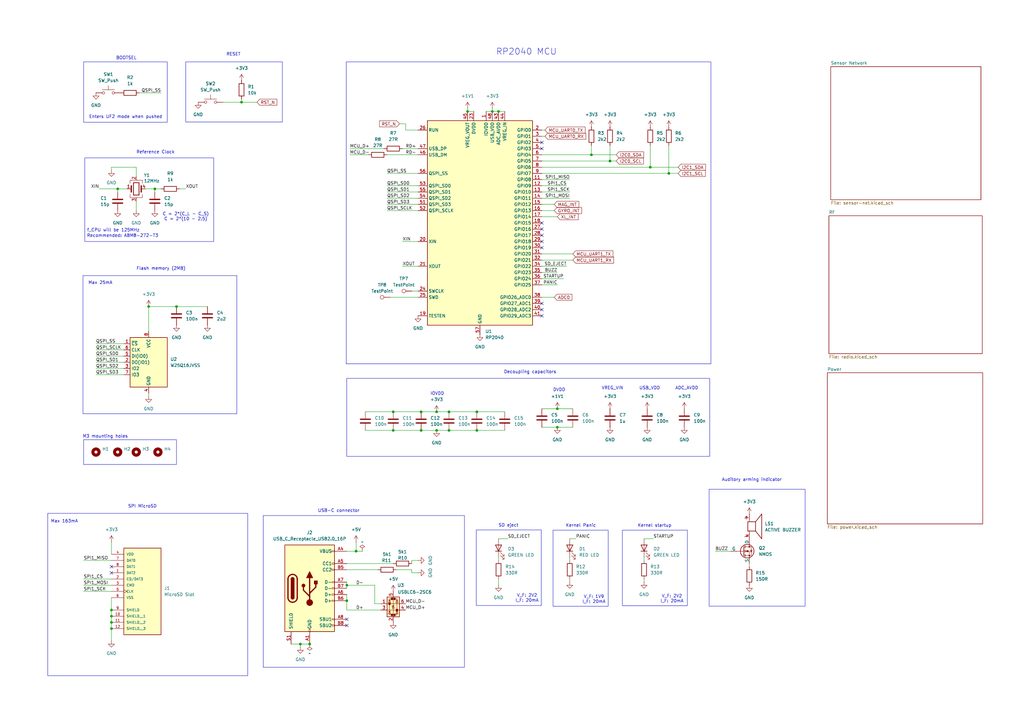
<source format=kicad_sch>
(kicad_sch (version 20231120) (generator "eeschema") (generator_version "8.0")
  (paper "A3")
  (title_block (title "Pygmy") (date "2024-11-10") (rev "A") (company "Matteo Golin") (comment 1 "Use JLC04161H-7628"))
  (junction (at 184.15 176.53))
  (junction (at 161.29 168.91))
  (junction (at 172.72 176.53))
  (junction (at 45.72 250.19))
  (junction (at 184.15 168.91))
  (junction (at 45.72 255.27))
  (junction (at 161.29 176.53))
  (junction (at 228.6 167.64))
  (junction (at 123.19 264.16))
  (junction (at 266.7 68.58))
  (junction (at 201.93 45.72))
  (junction (at 45.72 257.81))
  (junction (at 204.47 45.72))
  (junction (at 179.07 168.91))
  (junction (at 179.07 176.53))
  (junction (at 60.96 125.73))
  (junction (at 274.32 71.12))
  (junction (at 195.58 168.91))
  (junction (at 250.19 66.04))
  (junction (at 72.39 125.73))
  (junction (at 48.26 77.47))
  (junction (at 99.06 41.91))
  (junction (at 45.72 252.73))
  (junction (at 195.58 176.53))
  (junction (at 172.72 168.91))
  (junction (at 142.24 240.03))
  (junction (at 142.24 246.38))
  (junction (at 127 264.16))
  (junction (at 228.6 175.26))
  (junction (at 63.5 77.47))
  (junction (at 191.77 45.72))
  (junction (at 242.57 63.5))
  (junction (at 146.05 226.06))
  (no_connect (at 222.25 96.52))
  (no_connect (at 222.25 93.98))
  (no_connect (at 142.24 254))
  (no_connect (at 222.25 60.96))
  (no_connect (at 222.25 127))
  (no_connect (at 222.25 129.54))
  (no_connect (at 222.25 91.44))
  (no_connect (at 222.25 58.42))
  (no_connect (at 222.25 124.46))
  (no_connect (at 45.72 232.41))
  (no_connect (at 222.25 101.6))
  (no_connect (at 142.24 256.54))
  (no_connect (at 45.72 234.95))
  (no_connect (at 222.25 99.06))
  (wire (pts (xy 99.06 41.91) (xy 105.41 41.91)))
  (wire (pts (xy 264.16 228.6) (xy 264.16 229.87)))
  (wire (pts (xy 39.37 143.51) (xy 50.8 143.51)))
  (wire (pts (xy 34.29 242.57) (xy 45.72 242.57)))
  (wire (pts (xy 39.37 140.97) (xy 50.8 140.97)))
  (wire (pts (xy 222.25 111.76) (xy 228.6 111.76)))
  (wire (pts (xy 223.52 55.88) (xy 222.25 55.88)))
  (wire (pts (xy 59.69 77.47) (xy 63.5 77.47)))
  (wire (pts (xy 227.33 86.36) (xy 222.25 86.36)))
  (wire (pts (xy 242.57 63.5) (xy 222.25 63.5)))
  (wire (pts (xy 34.29 237.49) (xy 45.72 237.49)))
  (wire (pts (xy 99.06 40.64) (xy 99.06 41.91)))
  (wire (pts (xy 184.15 168.91) (xy 195.58 168.91)))
  (wire (pts (xy 201.93 45.72) (xy 204.47 45.72)))
  (wire (pts (xy 142.24 243.84) (xy 142.24 246.38)))
  (wire (pts (xy 195.58 168.91) (xy 207.01 168.91)))
  (wire (pts (xy 48.26 78.74) (xy 48.26 77.47)))
  (wire (pts (xy 142.24 250.19) (xy 142.24 246.38)))
  (wire (pts (xy 48.26 77.47) (xy 52.07 77.47)))
  (wire (pts (xy 233.68 228.6) (xy 233.68 229.87)))
  (wire (pts (xy 166.37 50.8) (xy 166.37 53.34)))
  (wire (pts (xy 55.88 68.58) (xy 55.88 72.39)))
  (wire (pts (xy 72.39 125.73) (xy 60.96 125.73)))
  (wire (pts (xy 179.07 168.91) (xy 184.15 168.91)))
  (wire (pts (xy 222.25 167.64) (xy 228.6 167.64)))
  (wire (pts (xy 45.72 68.58) (xy 55.88 68.58)))
  (wire (pts (xy 252.73 63.5) (xy 242.57 63.5)))
  (wire (pts (xy 168.91 234.95) (xy 171.45 234.95)))
  (wire (pts (xy 252.73 66.04) (xy 250.19 66.04)))
  (wire (pts (xy 165.1 109.22) (xy 171.45 109.22)))
  (wire (pts (xy 165.1 60.96) (xy 171.45 60.96)))
  (wire (pts (xy 165.1 99.06) (xy 171.45 99.06)))
  (wire (pts (xy 39.37 153.67) (xy 50.8 153.67)))
  (wire (pts (xy 60.96 162.56) (xy 60.96 161.29)))
  (wire (pts (xy 204.47 228.6) (xy 204.47 229.87)))
  (wire (pts (xy 142.24 233.68) (xy 154.94 233.68)))
  (wire (pts (xy 143.51 63.5) (xy 151.13 63.5)))
  (wire (pts (xy 39.37 146.05) (xy 50.8 146.05)))
  (wire (pts (xy 160.02 121.92) (xy 171.45 121.92)))
  (wire (pts (xy 195.58 176.53) (xy 207.01 176.53)))
  (wire (pts (xy 45.72 250.19) (xy 45.72 252.73)))
  (wire (pts (xy 45.72 257.81) (xy 45.72 262.89)))
  (wire (pts (xy 146.05 226.06) (xy 148.59 226.06)))
  (wire (pts (xy 161.29 231.14) (xy 142.24 231.14)))
  (wire (pts (xy 45.72 222.25) (xy 45.72 227.33)))
  (wire (pts (xy 123.19 264.16) (xy 127 264.16)))
  (wire (pts (xy 73.66 77.47) (xy 76.2 77.47)))
  (wire (pts (xy 266.7 59.69) (xy 266.7 68.58)))
  (wire (pts (xy 184.15 176.53) (xy 195.58 176.53)))
  (wire (pts (xy 274.32 59.69) (xy 274.32 71.12)))
  (wire (pts (xy 40.64 77.47) (xy 48.26 77.47)))
  (wire (pts (xy 119.38 264.16) (xy 123.19 264.16)))
  (wire (pts (xy 222.25 71.12) (xy 274.32 71.12)))
  (wire (pts (xy 168.91 233.68) (xy 162.56 233.68)))
  (wire (pts (xy 142.24 240.03) (xy 142.24 238.76)))
  (wire (pts (xy 228.6 116.84) (xy 222.25 116.84)))
  (wire (pts (xy 222.25 104.14) (xy 234.95 104.14)))
  (wire (pts (xy 158.75 78.74) (xy 171.45 78.74)))
  (wire (pts (xy 45.72 69.85) (xy 45.72 68.58)))
  (wire (pts (xy 191.77 44.45) (xy 191.77 45.72)))
  (wire (pts (xy 307.34 231.14) (xy 307.34 232.41)))
  (wire (pts (xy 278.13 68.58) (xy 266.7 68.58)))
  (wire (pts (xy 191.77 45.72) (xy 194.31 45.72)))
  (wire (pts (xy 274.32 71.12) (xy 278.13 71.12)))
  (wire (pts (xy 142.24 240.03) (xy 142.24 241.3)))
  (wire (pts (xy 204.47 220.98) (xy 208.28 220.98)))
  (wire (pts (xy 223.52 53.34) (xy 222.25 53.34)))
  (wire (pts (xy 171.45 86.36) (xy 158.75 86.36)))
  (wire (pts (xy 233.68 81.28) (xy 222.25 81.28)))
  (wire (pts (xy 45.72 252.73) (xy 45.72 255.27)))
  (wire (pts (xy 143.51 60.96) (xy 157.48 60.96)))
  (wire (pts (xy 172.72 176.53) (xy 179.07 176.53)))
  (wire (pts (xy 153.67 247.65) (xy 156.21 247.65)))
  (wire (pts (xy 267.97 220.98) (xy 264.16 220.98)))
  (wire (pts (xy 250.19 66.04) (xy 222.25 66.04)))
  (wire (pts (xy 85.09 125.73) (xy 72.39 125.73)))
  (wire (pts (xy 228.6 167.64) (xy 234.95 167.64)))
  (wire (pts (xy 142.24 250.19) (xy 156.21 250.19)))
  (wire (pts (xy 158.75 83.82) (xy 171.45 83.82)))
  (wire (pts (xy 45.72 245.11) (xy 45.72 250.19)))
  (wire (pts (xy 201.93 44.45) (xy 201.93 45.72)))
  (wire (pts (xy 142.24 240.03) (xy 153.67 240.03)))
  (wire (pts (xy 166.37 53.34) (xy 171.45 53.34)))
  (wire (pts (xy 60.96 135.89) (xy 60.96 125.73)))
  (wire (pts (xy 168.91 234.95) (xy 168.91 233.68)))
  (wire (pts (xy 233.68 238.76) (xy 233.68 237.49)))
  (wire (pts (xy 158.75 63.5) (xy 171.45 63.5)))
  (wire (pts (xy 222.25 175.26) (xy 228.6 175.26)))
  (wire (pts (xy 168.91 229.87) (xy 168.91 231.14)))
  (wire (pts (xy 161.29 168.91) (xy 172.72 168.91)))
  (wire (pts (xy 153.67 240.03) (xy 153.67 247.65)))
  (wire (pts (xy 91.44 41.91) (xy 99.06 41.91)))
  (wire (pts (xy 34.29 240.03) (xy 45.72 240.03)))
  (wire (pts (xy 250.19 59.69) (xy 250.19 66.04)))
  (wire (pts (xy 149.86 168.91) (xy 161.29 168.91)))
  (wire (pts (xy 293.37 226.06) (xy 299.72 226.06)))
  (wire (pts (xy 57.15 38.1) (xy 66.04 38.1)))
  (wire (pts (xy 228.6 175.26) (xy 234.95 175.26)))
  (wire (pts (xy 204.47 237.49) (xy 204.47 240.03)))
  (wire (pts (xy 242.57 59.69) (xy 242.57 63.5)))
  (wire (pts (xy 123.19 265.43) (xy 123.19 264.16)))
  (wire (pts (xy 233.68 73.66) (xy 222.25 73.66)))
  (wire (pts (xy 146.05 226.06) (xy 146.05 222.25)))
  (wire (pts (xy 179.07 176.53) (xy 184.15 176.53)))
  (wire (pts (xy 55.88 86.36) (xy 55.88 82.55)))
  (wire (pts (xy 45.72 255.27) (xy 45.72 257.81)))
  (wire (pts (xy 231.14 114.3) (xy 222.25 114.3)))
  (wire (pts (xy 39.37 148.59) (xy 50.8 148.59)))
  (wire (pts (xy 222.25 121.92) (xy 227.33 121.92)))
  (wire (pts (xy 63.5 77.47) (xy 66.04 77.47)))
  (wire (pts (xy 39.37 151.13) (xy 50.8 151.13)))
  (wire (pts (xy 204.47 45.72) (xy 207.01 45.72)))
  (wire (pts (xy 158.75 71.12) (xy 171.45 71.12)))
  (wire (pts (xy 158.75 81.28) (xy 171.45 81.28)))
  (wire (pts (xy 232.41 76.2) (xy 222.25 76.2)))
  (wire (pts (xy 233.68 78.74) (xy 222.25 78.74)))
  (wire (pts (xy 158.75 76.2) (xy 171.45 76.2)))
  (wire (pts (xy 172.72 168.91) (xy 179.07 168.91)))
  (wire (pts (xy 149.86 176.53) (xy 161.29 176.53)))
  (wire (pts (xy 163.83 50.8) (xy 166.37 50.8)))
  (wire (pts (xy 34.29 229.87) (xy 45.72 229.87)))
  (wire (pts (xy 222.25 106.68) (xy 234.95 106.68)))
  (wire (pts (xy 168.91 119.38) (xy 171.45 119.38)))
  (wire (pts (xy 233.68 220.98) (xy 236.22 220.98)))
  (wire (pts (xy 222.25 88.9) (xy 228.6 88.9)))
  (wire (pts (xy 161.29 176.53) (xy 172.72 176.53)))
  (wire (pts (xy 264.16 238.76) (xy 264.16 237.49)))
  (wire (pts (xy 142.24 226.06) (xy 146.05 226.06)))
  (wire (pts (xy 199.39 45.72) (xy 201.93 45.72)))
  (wire (pts (xy 227.33 83.82) (xy 222.25 83.82)))
  (wire (pts (xy 63.5 77.47) (xy 63.5 78.74)))
  (wire (pts (xy 222.25 68.58) (xy 266.7 68.58)))
  (wire (pts (xy 232.41 109.22) (xy 222.25 109.22)))
  (wire (pts (xy 171.45 229.87) (xy 168.91 229.87)))
  (rectangle (start 290.83 200.66) (end 330.2 248.5917))
  (rectangle (start 141.986 25.4) (end 291.592 149.225))
  (rectangle (start 76.2 25.4) (end 115.824 50.038))
  (rectangle (start 195.348 217.3576) (end 222.018 248.3456))
  (rectangle (start 34.29 180.34) (end 72.39 190.5))
  (rectangle (start 226.822 217.424) (end 249.428 248.666))
  (rectangle (start 255.27 217.424) (end 281.94 248.412))
  (rectangle (start 107.95 211.455) (end 190.5 273.685))
  (rectangle (start 34.798 64.77) (end 87.63 99.06))
  (rectangle (start 19.558 210.566) (end 101.6 277.114))
  (rectangle (start 34.29 25.4) (end 68.58 50.165))
  (rectangle (start 142.24 155.194) (end 291.084 187.198))
  (rectangle (start 34.036 113.03) (end 97.155 169.672))
  (text "Auditory arming indicator" (at 308.356 196.85 0) (effects (font (size 1.27 1.27))))
  (text "RP2040 MCU" (at 215.9 21.336 0) (effects (font (size 2.54 2.54))))
  (text "C = 2*(C_L - C_S)\nC = 2*(10 - 2.5)" (at 76.2 88.9 0) (effects (font (size 1.27 1.27))))
  (text "Kernel Panic" (at 238.252 215.646 0) (effects (font (size 1.27 1.27))))
  (text "Kernel startup" (at 268.478 215.646 0) (effects (font (size 1.27 1.27))))
  (text "V_F: 2V2\nI_F: 20mA" (at 275.59 245.618 0) (effects (font (size 1.27 1.27))))
  (text "V_F: 2V2\nI_F: 20mA" (at 216.154 245.364 0) (effects (font (size 1.27 1.27))))
  (text "VREG_VIN\n" (at 251.206 159.258 0) (effects (font (size 1.27 1.27))))
  (text "USB_VDD" (at 266.446 159.258 0) (effects (font (size 1.27 1.27))))
  (text "Recommended: ABM8-272-T3" (at 50.292 96.774 0) (effects (font (size 1.27 1.27))))
  (text "Max 163mA" (at 26.416 213.868 0) (effects (font (size 1.27 1.27))))
  (text "DVDD" (at 229.362 160.02 0) (effects (font (size 1.27 1.27))))
  (text "M3 mounting holes" (at 43.18 179.07 0) (effects (font (size 1.27 1.27))))
  (text "IOVDD" (at 179.324 161.544 0) (effects (font (size 1.27 1.27))))
  (text "SPI MicroSD" (at 58.42 207.772 0) (effects (font (size 1.27 1.27))))
  (text "USB-C connector" (at 138.938 209.55 0) (effects (font (size 1.27 1.27))))
  (text "f_CPU will be 125MHz" (at 46.482 94.488 0) (effects (font (size 1.27 1.27))))
  (text "V_F: 1V9\nI_F: 20mA" (at 243.586 245.872 0) (effects (font (size 1.27 1.27))))
  (text "Decoupling capacitors" (at 217.424 152.654 0) (effects (font (size 1.27 1.27))))
  (text "BOOTSEL" (at 51.816 23.876 0) (effects (font (size 1.27 1.27))))
  (text "Reference Clock" (at 63.754 62.484 0) (effects (font (size 1.27 1.27))))
  (text "ADC_AVDD" (at 281.686 159.258 0) (effects (font (size 1.27 1.27))))
  (text "RESET" (at 95.758 22.352 0) (effects (font (size 1.27 1.27))))
  (text "Flash memory (2MB)" (at 66.04 110.236 0) (effects (font (size 1.27 1.27))))
  (text "Max 25mA" (at 41.148 116.078 0) (effects (font (size 1.27 1.27))))
  (text "Enters UF2 mode when pushed" (at 51.562 48.006 0) (effects (font (size 1.27 1.27))))
  (text "SD eject" (at 208.556 215.5796 0) (effects (font (size 1.27 1.27))))
  (label "SPI1_MOSI" (at 34.29 240.03 0))
  (label "RD+" (at 166.37 60.96 0))
  (label "SPI1_CS" (at 34.29 237.49 0))
  (label "MCU_D+" (at 166.37 250.19 0))
  (label "QSPI_SS" (at 39.37 140.97 0))
  (label "SD_EJECT" (at 208.28 220.98 0))
  (label "XIN" (at 40.64 77.47 180))
  (label "SPI1_CS" (at 232.41 76.2 180))
  (label "QSPI_SCLK" (at 39.37 143.51 0))
  (label "SPI1_MISO" (at 233.68 73.66 180))
  (label "QSPI_SD3" (at 39.37 153.67 0))
  (label "QSPI_SD2" (at 39.37 151.13 0))
  (label "PANIC" (at 228.6 116.84 180))
  (label "PANIC" (at 236.22 220.98 0))
  (label "RD-" (at 166.37 63.5 0))
  (label "MCU_D-" (at 166.37 247.65 0))
  (label "QSPI_SS" (at 158.75 71.12 0))
  (label "QSPI_SCLK" (at 158.75 86.36 0))
  (label "XOUT" (at 76.2 77.47 0))
  (label "QSPI_SD3" (at 158.75 83.82 0))
  (label "MCU_D-" (at 143.51 63.5 0))
  (label "D+" (at 146.05 250.19 0))
  (label "QSPI_SS" (at 66.04 38.1 180))
  (label "BUZZ" (at 228.6 111.76 180))
  (label "D-" (at 146.05 240.03 0))
  (label "QSPI_SD1" (at 39.37 148.59 0))
  (label "XIN" (at 165.1 99.06 0))
  (label "SPI1_SCK" (at 233.68 78.74 180))
  (label "QSPI_SD0" (at 158.75 76.2 0))
  (label "QSPI_SD0" (at 39.37 146.05 0))
  (label "SPI1_SCK" (at 34.29 242.57 0))
  (label "QSPI_SD1" (at 158.75 78.74 0))
  (label "SPI1_MISO" (at 34.29 229.87 0))
  (label "STARTUP" (at 267.97 220.98 0))
  (label "QSPI_SD2" (at 158.75 81.28 0))
  (label "XOUT" (at 165.1 109.22 0))
  (label "BUZZ" (at 293.37 226.06 0))
  (label "SD_EJECT" (at 232.41 109.22 180))
  (label "MCU_D+" (at 143.51 60.96 0))
  (label "SPI1_MOSI" (at 233.68 81.28 180))
  (label "STARTUP" (at 231.14 114.3 180))
  (global_label "GYRO_INT" (shape input) (at 227.33 86.36 0) (property "Intersheetrefs" "${INTERSHEET_REFS}" (effects (hide yes))))
  (global_label "I2C0_SCL" (shape input) (at 252.73 66.04 0) (property "Intersheetrefs" "${INTERSHEET_REFS}" (effects (hide yes))))
  (global_label "RST_N" (shape input) (at 163.83 50.8 180) (property "Intersheetrefs" "${INTERSHEET_REFS}" (effects (hide yes))))
  (global_label "I2C1_SDA" (shape input) (at 278.13 68.58 0) (property "Intersheetrefs" "${INTERSHEET_REFS}" (effects (hide yes))))
  (global_label "MCU_UART0_TX" (shape input) (at 223.52 53.34 0) (property "Intersheetrefs" "${INTERSHEET_REFS}" (effects (hide yes))))
  (global_label "I2C0_SDA" (shape input) (at 252.73 63.5 0) (property "Intersheetrefs" "${INTERSHEET_REFS}" (effects (hide yes))))
  (global_label "I2C1_SCL" (shape input) (at 278.13 71.12 0) (property "Intersheetrefs" "${INTERSHEET_REFS}" (effects (hide yes))))
  (global_label "ADC0" (shape input) (at 227.33 121.92 0) (property "Intersheetrefs" "${INTERSHEET_REFS}" (effects (hide yes))))
  (global_label "MCU_UART1_RX" (shape input) (at 234.95 106.68 0) (property "Intersheetrefs" "${INTERSHEET_REFS}" (effects (hide yes))))
  (global_label "RST_N" (shape input) (at 105.41 41.91 0) (property "Intersheetrefs" "${INTERSHEET_REFS}" (effects (hide yes))))
  (global_label "MCU_UART0_RX" (shape input) (at 223.52 55.88 0) (property "Intersheetrefs" "${INTERSHEET_REFS}" (effects (hide yes))))
  (global_label "MCU_UART1_TX" (shape input) (at 234.95 104.14 0) (property "Intersheetrefs" "${INTERSHEET_REFS}" (effects (hide yes))))
  (global_label "MAG_INT" (shape input) (at 227.33 83.82 0) (property "Intersheetrefs" "${INTERSHEET_REFS}" (effects (hide yes))))
  (global_label "XL_INT" (shape input) (at 228.6 88.9 0) (property "Intersheetrefs" "${INTERSHEET_REFS}" (effects (hide yes))))
  (symbol (lib_id "power:GND") (at 307.34 240.03 0) (unit 1)
    (property "Reference" "#PWR038" (effects (hide yes)))
    (property "Value" "GND" (at 307.34 245.11 0))
    (property "Description" "Power symbol creates a global label with name \"GND\" , ground" (effects (hide yes)))
  )
  (symbol (lib_id "Device:Crystal_GND23") (at 55.88 77.47 0) (unit 1)
    (property "Reference" "Y1" (at 60.198 71.882 0))
    (property "Value" "12MHz" (at 62.23 74.168 0))
    (property "Footprint" "Crystal:Crystal_SMD_3225-4Pin_3.2x2.5mm" (effects (hide yes)))
    (property "Datasheet" "https://abracon.com/datasheets/ABM8-272-T3.pdf" (effects (hide yes)))
    (property "Description" "Four pin crystal, GND on pins 2 and 3" (effects (hide yes)))
    (property "MP" "ABM8-272-T3" (effects (hide yes)))
  )
  (symbol (lib_id "power:+3.3V") (at 266.7 52.07 0) (unit 1)
    (property "Reference" "#PWR08" (effects (hide yes)))
    (property "Value" "+3V3" (at 266.7 46.99 0))
    (property "Description" "Power symbol creates a global label with name \"+3.3V\"" (effects (hide yes)))
  )
  (symbol (lib_id "power:GND") (at 39.37 38.1 0) (unit 1)
    (property "Reference" "#PWR02" (effects (hide yes)))
    (property "Value" "GND" (at 39.37 43.18 0))
    (property "Description" "Power symbol creates a global label with name \"GND\" , ground" (effects (hide yes)))
  )
  (symbol (lib_id "power:+3.3V") (at 274.32 52.07 0) (unit 1)
    (property "Reference" "#PWR09" (effects (hide yes)))
    (property "Value" "+3V3" (at 274.32 46.99 0))
    (property "Description" "Power symbol creates a global label with name \"+3.3V\"" (effects (hide yes)))
  )
  (symbol (lib_id "Connector:TestPoint") (at 168.91 119.38 90) (unit 1)
    (property "Reference" "TP7" (at 165.608 114.3 90))
    (property "Value" "TestPoint" (at 165.608 116.84 90))
    (property "Footprint" "TestPoint:TestPoint_Pad_D1.5mm" (effects (hide yes)))
    (property "Description" "test point" (effects (hide yes)))
  )
  (symbol (lib_id "Device:C") (at 85.09 129.54 0) (unit 1)
    (property "Reference" "C4" (at 88.9 128.2699 0) (effects (justify left)))
    (property "Value" "2u2" (at 88.9 130.8099 0) (effects (justify left)))
    (property "Footprint" "Capacitor_SMD:C_0603_1608Metric" (effects (hide yes)))
    (property "Datasheet" "https://www.mouser.ca/datasheet/2/281/1/GRM155C80J225KE95_61A-1983595.pdf" (effects (hide yes)))
    (property "Description" "Unpolarized capacitor" (effects (hide yes)))
    (property "MP" "GRM155C80J225KE95J" (effects (hide yes)))
  )
  (symbol (lib_id "power:GND") (at 204.47 240.03 0) (unit 1)
    (property "Reference" "#PWR036" (effects (hide yes)))
    (property "Value" "GND" (at 204.47 245.11 0))
    (property "Description" "Power symbol creates a global label with name \"GND\" , ground" (effects (hide yes)))
  )
  (symbol (lib_id "Device:R") (at 158.75 233.68 90) (unit 1)
    (property "Reference" "R11" (at 158.496 229.87 90))
    (property "Value" "5k1" (at 158.75 227.33 90))
    (property "Footprint" "Resistor_SMD:R_0402_1005Metric" (effects (hide yes)))
    (property "Datasheet" "https://www.vishay.com/doc?28705" (effects (hide yes)))
    (property "Description" "Resistor" (effects (hide yes)))
    (property "MP" "MCS04020C5101FE000" (effects (hide yes)))
  )
  (symbol (lib_id "Device:C") (at 222.25 171.45 0) (unit 1)
    (property "Reference" "C5" (at 226.06 170.1799 0) (effects (justify left)))
    (property "Value" "100n" (at 226.06 172.7199 0) (effects (justify left)))
    (property "Footprint" "Capacitor_SMD:C_0402_1005Metric" (effects (hide yes)))
    (property "Datasheet" "https://www.mouser.ca/datasheet/2/281/1/GRM155R61A104KA01_02A-1983866.pdf" (effects (hide yes)))
    (property "Description" "Unpolarized capacitor" (effects (hide yes)))
    (property "MP" "GRM155R61A104KA01J " (effects (hide yes)))
  )
  (symbol (lib_id "Device:C") (at 265.43 171.45 0) (unit 1)
    (property "Reference" "C8" (at 269.24 170.1799 0) (effects (justify left)))
    (property "Value" "100n" (at 269.24 172.7199 0) (effects (justify left)))
    (property "Footprint" "Capacitor_SMD:C_0402_1005Metric" (effects (hide yes)))
    (property "Datasheet" "https://www.mouser.ca/datasheet/2/281/1/GRM155R61A104KA01_02A-1983866.pdf" (effects (hide yes)))
    (property "Description" "Unpolarized capacitor" (effects (hide yes)))
    (property "MP" "GRM155R61A104KA01J " (effects (hide yes)))
  )
  (symbol (lib_id "power:+5V") (at 161.29 242.57 0) (unit 1)
    (property "Reference" "#PWR037" (effects (hide yes)))
    (property "Value" "+5V" (at 161.29 237.49 0))
    (property "Description" "Power symbol creates a global label with name \"+5V\"" (effects (hide yes)))
  )
  (symbol (lib_id "Device:C") (at 234.95 171.45 0) (unit 1)
    (property "Reference" "C6" (at 238.76 170.1799 0) (effects (justify left)))
    (property "Value" "100n" (at 238.76 172.7199 0) (effects (justify left)))
    (property "Footprint" "Capacitor_SMD:C_0402_1005Metric" (effects (hide yes)))
    (property "Datasheet" "https://www.mouser.ca/datasheet/2/281/1/GRM155R61A104KA01_02A-1983866.pdf" (effects (hide yes)))
    (property "Description" "Unpolarized capacitor" (effects (hide yes)))
    (property "MP" "GRM155R61A104KA01J " (effects (hide yes)))
  )
  (symbol (lib_id "power:GND") (at 48.26 86.36 0) (unit 1)
    (property "Reference" "#PWR011" (effects (hide yes)))
    (property "Value" "GND" (at 48.26 91.44 0))
    (property "Description" "Power symbol creates a global label with name \"GND\" , ground" (effects (hide yes)))
  )
  (symbol (lib_id "Device:C") (at 72.39 129.54 0) (unit 1)
    (property "Reference" "C3" (at 76.2 128.2699 0) (effects (justify left)))
    (property "Value" "100n" (at 76.2 130.8099 0) (effects (justify left)))
    (property "Footprint" "Capacitor_SMD:C_0402_1005Metric" (effects (hide yes)))
    (property "Datasheet" "https://www.mouser.ca/datasheet/2/281/1/GRM155R61A104KA01_02A-1983866.pdf" (effects (hide yes)))
    (property "Description" "Unpolarized capacitor" (effects (hide yes)))
    (property "MP" "GRM155R61A104KA01J " (effects (hide yes)))
  )
  (symbol (lib_id "power:GND") (at 171.45 129.54 0) (unit 1)
    (property "Reference" "#PWR015" (effects (hide yes)))
    (property "Value" "GND" (at 171.45 134.62 0))
    (property "Description" "Power symbol creates a global label with name \"GND\" , ground" (effects (hide yes)))
  )
  (symbol (lib_id "Mechanical:MountingHole") (at 55.88 185.42 0) (unit 1) (exclude_from_sim yes) (in_bom no)
    (property "Reference" "H3" (at 58.42 184.1499 0) (effects (justify left)))
    (property "Value" "MountingHole" (effects (hide yes)))
    (property "Footprint" "MountingHole:MountingHole_3.2mm_M3" (effects (hide yes)))
    (property "Description" "Mounting Hole without connection" (effects (hide yes)))
  )
  (symbol (lib_id "Device:C") (at 172.72 172.72 0) (unit 1)
    (property "Reference" "C12" (at 176.53 171.4499 0) (effects (justify left)))
    (property "Value" "100n" (at 176.53 173.9899 0) (effects (justify left)))
    (property "Footprint" "Capacitor_SMD:C_0402_1005Metric" (effects (hide yes)))
    (property "Datasheet" "https://www.mouser.ca/datasheet/2/281/1/GRM155R61A104KA01_02A-1983866.pdf" (effects (hide yes)))
    (property "Description" "Unpolarized capacitor" (effects (hide yes)))
    (property "MP" "GRM155R61A104KA01J " (effects (hide yes)))
  )
  (symbol (lib_id "power:GND") (at 85.09 133.35 0) (unit 1)
    (property "Reference" "#PWR017" (effects (hide yes)))
    (property "Value" "GND" (at 85.09 138.43 0))
    (property "Description" "Power symbol creates a global label with name \"GND\" , ground" (effects (hide yes)))
  )
  (symbol (lib_id "Mechanical:MountingHole") (at 39.37 185.42 0) (unit 1) (exclude_from_sim yes) (in_bom no)
    (property "Reference" "H1" (at 41.91 184.1499 0) (effects (justify left)))
    (property "Value" "MountingHole" (effects (hide yes)))
    (property "Footprint" "MountingHole:MountingHole_3.2mm_M3" (effects (hide yes)))
    (property "Description" "Mounting Hole without connection" (effects (hide yes)))
  )
  (symbol (lib_id "power:+1V1") (at 265.43 167.64 0) (unit 1)
    (property "Reference" "#PWR022" (effects (hide yes)))
    (property "Value" "+3V3" (at 265.43 162.56 0))
    (property "Description" "Power symbol creates a global label with name \"+1V1\"" (effects (hide yes)))
  )
  (symbol (lib_id "Device:R") (at 250.19 55.88 0) (unit 1)
    (property "Reference" "R4" (at 252.73 54.6099 0) (effects (justify left)))
    (property "Value" "2k2" (at 252.73 57.1499 0) (effects (justify left)))
    (property "Footprint" "Resistor_SMD:R_0402_1005Metric" (effects (hide yes)))
    (property "Datasheet" "https://www.mouser.ca/datasheet/2/315/AOA0000C307-1149632.pdf" (effects (hide yes)))
    (property "Description" "Resistor" (effects (hide yes)))
    (property "MP" "ERA-2AEB222X" (effects (hide yes)))
  )
  (symbol (lib_id "MEM2067-02-180-00-A_REVB:MEM2067-02-180-00-A_REVB") (at 50.8 237.49 0) (unit 1)
    (property "Reference" "J1" (at 67.31 241.2999 0) (effects (justify left)))
    (property "Value" "MicroSD Slot" (at 67.31 243.8399 0) (effects (justify left)))
    (property "Footprint" "microsd:GCT_MEM2067-02-180-00-A_REVB" (effects (hide yes)))
    (property "Datasheet" "https://www.mouser.ca/datasheet/2/837/MEM2067-2887310.pdf" (effects (hide yes)))
    (property "MP" "MEM2067-02-180-00-A" (effects (hide yes)))
  )
  (symbol (lib_id "power:GND") (at 196.85 137.16 0) (unit 1)
    (property "Reference" "#PWR018" (effects (hide yes)))
    (property "Value" "GND" (at 196.85 142.24 0))
    (property "Description" "Power symbol creates a global label with name \"GND\" , ground" (effects (hide yes)))
  )
  (symbol (lib_id "Device:LED") (at 264.16 224.79 90) (unit 1)
    (property "Reference" "D2" (at 267.97 225.1074 90) (effects (justify right)))
    (property "Value" "GREEN LED" (at 267.97 227.6474 90) (effects (justify right)))
    (property "Footprint" "LED_SMD:LED_0805_2012Metric" (effects (hide yes)))
    (property "Description" "Light emitting diode" (effects (hide yes)))
    (property "MP" "HSMG-C170" (effects (hide yes)))
  )
  (symbol (lib_id "power:+3V3") (at 60.96 125.73 0) (unit 1)
    (property "Reference" "#PWR014" (effects (hide yes)))
    (property "Value" "+3V3" (at 60.96 120.65 0))
    (property "Description" "Power symbol creates a global label with name \"+3V3\"" (effects (hide yes)))
  )
  (symbol (lib_id "Simulation_SPICE:NMOS") (at 304.8 226.06 0) (unit 1)
    (property "Reference" "Q2" (at 311.15 224.7899 0) (effects (justify left)))
    (property "Value" "NMOS" (at 311.15 227.3299 0) (effects (justify left)))
    (property "Footprint" "Package_TO_SOT_SMD:SOT-23-3" (effects (hide yes)))
    (property "Datasheet" "https://www.mouser.ca/ProductDetail/Infineon-Technologies/BSS138IXTSA1?qs=eP2BKZSCXI4Kl%2FxhgMzwpw%3D%3D" (effects (hide yes)))
    (property "Description" "N-MOSFET transistor, drain/source/gate" (effects (hide yes)))
    (property "Sim.Device" "NMOS" (effects (hide yes)))
    (property "Sim.Type" "VDMOS" (effects (hide yes)))
    (property "Sim.Pins" "1=D 2=G 3=S" (effects (hide yes)))
    (property "MP" "BSS138IXTSA1" (effects (hide yes)))
  )
  (symbol (lib_id "power:+3V3") (at 179.07 168.91 0) (unit 1)
    (property "Reference" "#PWR024" (effects (hide yes)))
    (property "Value" "+3V3" (at 179.07 163.83 0))
    (property "Description" "Power symbol creates a global label with name \"+3V3\"" (effects (hide yes)))
  )
  (symbol (lib_id "Device:C") (at 149.86 172.72 0) (unit 1)
    (property "Reference" "C10" (at 153.67 171.4499 0) (effects (justify left)))
    (property "Value" "100n" (at 153.67 173.9899 0) (effects (justify left)))
    (property "Footprint" "Capacitor_SMD:C_0402_1005Metric" (effects (hide yes)))
    (property "Datasheet" "https://www.mouser.ca/datasheet/2/281/1/GRM155R61A104KA01_02A-1983866.pdf" (effects (hide yes)))
    (property "Description" "Unpolarized capacitor" (effects (hide yes)))
    (property "MP" "GRM155R61A104KA01J " (effects (hide yes)))
  )
  (symbol (lib_id "Device:R") (at 204.47 233.68 0) (unit 1)
    (property "Reference" "R14" (at 207.242 232.4099 0) (effects (justify left)))
    (property "Value" "330R" (at 207.242 234.9499 0) (effects (justify left)))
    (property "Footprint" "Resistor_SMD:R_0402_1005Metric" (effects (hide yes)))
    (property "Datasheet" "https://www.we-online.com/components/products/datasheet/560112110231.pdf" (effects (hide yes)))
    (property "Description" "Resistor" (effects (hide yes)))
    (property "MP" "560112110231" (effects (hide yes)))
  )
  (symbol (lib_id "Connector:USB_C_Receptacle_USB2.0_16P") (at 127 241.3 0) (unit 1)
    (property "Reference" "J2" (at 127 218.44 0))
    (property "Value" "USB_C_Receptacle_USB2.0_16P" (at 127 220.98 0))
    (property "Footprint" "Connector_USB:USB_C_Receptacle_GCT_USB4105-xx-A_16P_TopMnt_Horizontal" (effects (hide yes)))
    (property "Datasheet" "https://www.mouser.ca/datasheet/2/837/usb4215-3472997.pdf" (effects (hide yes)))
    (property "Description" "USB 2.0-only 16P Type-C Receptacle connector" (effects (hide yes)))
    (property "MP" "USB4215-03-A" (effects (hide yes)))
  )
  (symbol (lib_id "power:GND") (at 228.6 175.26 0) (unit 1)
    (property "Reference" "#PWR025" (effects (hide yes)))
    (property "Value" "GND" (at 228.6 180.34 0))
    (property "Description" "Power symbol creates a global label with name \"GND\" , ground" (effects (hide yes)))
  )
  (symbol (lib_id "power:+3.3V") (at 250.19 52.07 0) (unit 1)
    (property "Reference" "#PWR07" (effects (hide yes)))
    (property "Value" "+3V3" (at 250.19 46.99 0))
    (property "Description" "Power symbol creates a global label with name \"+3.3V\"" (effects (hide yes)))
  )
  (symbol (lib_id "Device:R") (at 154.94 63.5 90) (unit 1)
    (property "Reference" "R8" (at 154.94 57.15 90))
    (property "Value" "27R" (at 154.94 59.69 90))
    (property "Footprint" "Resistor_SMD:R_0402_1005Metric" (effects (hide yes)))
    (property "Datasheet" "https://www.mouser.ca/datasheet/2/315/AOA0000C307-1149632.pdf" (effects (hide yes)))
    (property "Description" "Resistor" (effects (hide yes)))
    (property "MP" "ERA-2AKD270X" (effects (hide yes)))
  )
  (symbol (lib_id "Device:C") (at 195.58 172.72 0) (unit 1)
    (property "Reference" "C14" (at 199.39 171.4499 0) (effects (justify left)))
    (property "Value" "100n" (at 199.39 173.9899 0) (effects (justify left)))
    (property "Footprint" "Capacitor_SMD:C_0402_1005Metric" (effects (hide yes)))
    (property "Datasheet" "https://www.mouser.ca/datasheet/2/281/1/GRM155R61A104KA01_02A-1983866.pdf" (effects (hide yes)))
    (property "Description" "Unpolarized capacitor" (effects (hide yes)))
    (property "MP" "GRM155R61A104KA01J " (effects (hide yes)))
  )
  (symbol (lib_id "power:+1V1") (at 307.34 210.82 0) (unit 1)
    (property "Reference" "#PWR083" (effects (hide yes)))
    (property "Value" "+3V3" (at 307.34 205.74 0))
    (property "Description" "Power symbol creates a global label with name \"+1V1\"" (effects (hide yes)))
  )
  (symbol (lib_id "power:GND") (at 45.72 69.85 0) (unit 1)
    (property "Reference" "#PWR010" (effects (hide yes)))
    (property "Value" "GND" (at 45.72 74.93 0))
    (property "Description" "Power symbol creates a global label with name \"GND\" , ground" (effects (hide yes)))
  )
  (symbol (lib_id "power:+3V3") (at 45.72 222.25 0) (unit 1)
    (property "Reference" "#PWR030" (effects (hide yes)))
    (property "Value" "+3V3" (at 45.72 217.17 0))
    (property "Description" "Power symbol creates a global label with name \"+3V3\"" (effects (hide yes)))
  )
  (symbol (lib_id "Switch:SW_Push") (at 44.45 38.1 0) (unit 1)
    (property "Reference" "SW1" (at 44.45 30.48 0))
    (property "Value" "SW_Push" (at 44.45 33.02 0))
    (property "Footprint" "Button_Switch_THT:SW_PUSH_6mm_H5mm" (effects (hide yes)))
    (property "Datasheet" "https://www.mouser.ca/datasheet/2/1628/ts02-3511329.pdf" (effects (hide yes)))
    (property "Description" "Push button switch, generic, two pins" (effects (hide yes)))
    (property "MP" "TS02-66-50-BK-160-SCR-D" (effects (hide yes)))
  )
  (symbol (lib_id "power:GND") (at 45.72 262.89 0) (unit 1)
    (property "Reference" "#PWR040" (effects (hide yes)))
    (property "Value" "GND" (at 45.72 267.97 0))
    (property "Description" "Power symbol creates a global label with name \"GND\" , ground" (effects (hide yes)))
  )
  (symbol (lib_id "power:+1V1") (at 280.67 167.64 0) (unit 1)
    (property "Reference" "#PWR023" (effects (hide yes)))
    (property "Value" "+3V3" (at 280.67 162.56 0))
    (property "Description" "Power symbol creates a global label with name \"+1V1\"" (effects (hide yes)))
  )
  (symbol (lib_id "power:GND") (at 171.45 229.87 90) (unit 1)
    (property "Reference" "#PWR032" (effects (hide yes)))
    (property "Value" "GND" (at 176.53 229.87 0))
    (property "Description" "Power symbol creates a global label with name \"GND\" , ground" (effects (hide yes)))
  )
  (symbol (lib_id "power:PWR_FLAG") (at 148.59 226.06 0) (unit 1)
    (property "Reference" "#FLG01" (effects (hide yes)))
    (property "Value" "~" (at 148.59 222.25 0))
    (property "Description" "Special symbol for telling ERC where power comes from" (effects (hide yes)))
  )
  (symbol (lib_id "Device:C") (at 207.01 172.72 0) (unit 1)
    (property "Reference" "C15" (at 210.82 171.4499 0) (effects (justify left)))
    (property "Value" "100n" (at 210.82 173.9899 0) (effects (justify left)))
    (property "Footprint" "Capacitor_SMD:C_0402_1005Metric" (effects (hide yes)))
    (property "Datasheet" "https://www.mouser.ca/datasheet/2/281/1/GRM155R61A104KA01_02A-1983866.pdf" (effects (hide yes)))
    (property "Description" "Unpolarized capacitor" (effects (hide yes)))
    (property "MP" "GRM155R61A104KA01J " (effects (hide yes)))
  )
  (symbol (lib_id "Device:C") (at 63.5 82.55 0) (unit 1)
    (property "Reference" "C2" (at 67.31 81.2799 0) (effects (justify left)))
    (property "Value" "15p" (at 67.31 83.8199 0) (effects (justify left)))
    (property "Footprint" "Capacitor_SMD:C_0402_1005Metric" (effects (hide yes)))
    (property "Datasheet" "https://www.mouser.ca/datasheet/2/40/U_Series-2942365.pdf" (effects (hide yes)))
    (property "Description" "Unpolarized capacitor" (effects (hide yes)))
    (property "MP" "04023U140GAT2A" (effects (hide yes)))
  )
  (symbol (lib_id "power:+1V1") (at 228.6 167.64 0) (unit 1)
    (property "Reference" "#PWR020" (effects (hide yes)))
    (property "Value" "+1V1" (at 228.6 162.56 0))
    (property "Description" "Power symbol creates a global label with name \"+1V1\"" (effects (hide yes)))
  )
  (symbol (lib_id "Mechanical:MountingHole") (at 64.77 185.42 0) (unit 1) (exclude_from_sim yes) (in_bom no)
    (property "Reference" "H4" (at 67.31 184.1499 0) (effects (justify left)))
    (property "Value" "MountingHole" (effects (hide yes)))
    (property "Footprint" "MountingHole:MountingHole_3.2mm_M3" (effects (hide yes)))
    (property "Description" "Mounting Hole without connection" (effects (hide yes)))
  )
  (symbol (lib_id "Memory_Flash:W25Q16JVSS") (at 60.96 148.59 0) (unit 1)
    (property "Reference" "U2" (at 69.85 147.3199 0) (effects (justify left)))
    (property "Value" "W25Q16JVSS" (at 69.85 149.8599 0) (effects (justify left)))
    (property "Footprint" "Package_SO:SOIC-8_5.23x5.23mm_P1.27mm" (effects (hide yes)))
    (property "Datasheet" "https://www.winbond.com/hq/support/documentation/levelOne.jsp?__locale=en&DocNo=DA00-W25Q16JV.1" (effects (hide yes)))
    (property "Description" "16Mb Serial Flash Memory, Standard/Dual/Quad SPI, SOIC-8" (effects (hide yes)))
    (property "MP" "W25Q16JVSSIQ" (effects (hide yes)))
  )
  (symbol (lib_id "Device:R") (at 242.57 55.88 0) (unit 1)
    (property "Reference" "R3" (at 245.11 54.6099 0) (effects (justify left)))
    (property "Value" "2k2" (at 245.11 57.1499 0) (effects (justify left)))
    (property "Footprint" "Resistor_SMD:R_0402_1005Metric" (effects (hide yes)))
    (property "Datasheet" "https://www.mouser.ca/datasheet/2/315/AOA0000C307-1149632.pdf" (effects (hide yes)))
    (property "Description" "Resistor" (effects (hide yes)))
    (property "MP" "ERA-2AEB222X" (effects (hide yes)))
  )
  (symbol (lib_id "Device:R") (at 69.85 77.47 90) (unit 1)
    (property "Reference" "R9" (at 69.85 71.12 90))
    (property "Value" "1k" (at 69.85 73.66 90))
    (property "Footprint" "Resistor_SMD:R_0402_1005Metric" (effects (hide yes)))
    (property "Datasheet" "https://www.mouser.ca/datasheet/2/315/AOA0000C307-1149632.pdf" (effects (hide yes)))
    (property "Description" "Resistor" (effects (hide yes)))
    (property "MP" "ERA-2AEB102X" (effects (hide yes)))
  )
  (symbol (lib_id "power:GND") (at 264.16 238.76 0) (unit 1)
    (property "Reference" "#PWR035" (effects (hide yes)))
    (property "Value" "GND" (at 264.16 243.84 0))
    (property "Description" "Power symbol creates a global label with name \"GND\" , ground" (effects (hide yes)))
  )
  (symbol (lib_id "Power_Protection:USBLC6-2SC6") (at 161.29 247.65 0) (unit 1)
    (property "Reference" "U3" (at 162.9411 240.03 0) (effects (justify left)))
    (property "Value" "USBLC6-2SC6" (at 163.068 242.824 0) (effects (justify left)))
    (property "Footprint" "Package_TO_SOT_SMD:SOT-23-6" (effects (hide yes)))
    (property "Datasheet" "https://www.st.com/resource/en/datasheet/usblc6-2.pdf" (effects (hide yes)))
    (property "Description" "Very low capacitance ESD protection diode, 2 data-line, SOT-23-6" (effects (hide yes)))
    (property "MP" "USBLC6-2SC6" (effects (hide yes)))
  )
  (symbol (lib_id "power:GND") (at 123.19 265.43 0) (unit 1)
    (property "Reference" "#PWR041" (effects (hide yes)))
    (property "Value" "GND" (at 123.19 270.51 0))
    (property "Description" "Power symbol creates a global label with name \"GND\" , ground" (effects (hide yes)))
  )
  (symbol (lib_id "power:+3V3") (at 99.06 33.02 0) (unit 1)
    (property "Reference" "#PWR01" (effects (hide yes)))
    (property "Value" "+3V3" (at 99.06 27.94 0))
    (property "Description" "Power symbol creates a global label with name \"+3V3\"" (effects (hide yes)))
  )
  (symbol (lib_id "Switch:SW_Push") (at 86.36 41.91 0) (unit 1)
    (property "Reference" "SW2" (at 86.36 34.29 0))
    (property "Value" "SW_Push" (at 86.36 36.83 0))
    (property "Footprint" "Jumper:SolderJumper-2_P1.3mm_Open_TrianglePad1.0x1.5mm" (effects (hide yes)))
    (property "Description" "Push button switch, generic, two pins" (effects (hide yes)))
  )
  (symbol (lib_id "Device:C") (at 161.29 172.72 0) (unit 1)
    (property "Reference" "C11" (at 165.1 171.4499 0) (effects (justify left)))
    (property "Value" "100n" (at 165.1 173.9899 0) (effects (justify left)))
    (property "Footprint" "Capacitor_SMD:C_0402_1005Metric" (effects (hide yes)))
    (property "Datasheet" "https://www.mouser.ca/datasheet/2/281/1/GRM155R61A104KA01_02A-1983866.pdf" (effects (hide yes)))
    (property "Description" "Unpolarized capacitor" (effects (hide yes)))
    (property "MP" "GRM155R61A104KA01J " (effects (hide yes)))
  )
  (symbol (lib_id "Device:C") (at 280.67 171.45 0) (unit 1)
    (property "Reference" "C9" (at 284.48 170.1799 0) (effects (justify left)))
    (property "Value" "100n" (at 284.48 172.7199 0) (effects (justify left)))
    (property "Footprint" "Capacitor_SMD:C_0402_1005Metric" (effects (hide yes)))
    (property "Datasheet" "https://www.mouser.ca/datasheet/2/281/1/GRM155R61A104KA01_02A-1983866.pdf" (effects (hide yes)))
    (property "Description" "Unpolarized capacitor" (effects (hide yes)))
    (property "MP" "GRM155R61A104KA01J " (effects (hide yes)))
  )
  (symbol (lib_id "power:GND") (at 171.45 234.95 90) (unit 1)
    (property "Reference" "#PWR033" (effects (hide yes)))
    (property "Value" "GND" (at 176.53 234.95 0))
    (property "Description" "Power symbol creates a global label with name \"GND\" , ground" (effects (hide yes)))
  )
  (symbol (lib_id "Device:C") (at 48.26 82.55 0) (unit 1)
    (property "Reference" "C1" (at 41.148 81.28 0) (effects (justify left)))
    (property "Value" "15p" (at 41.148 83.82 0) (effects (justify left)))
    (property "Footprint" "Capacitor_SMD:C_0402_1005Metric" (effects (hide yes)))
    (property "Datasheet" "https://www.mouser.ca/datasheet/2/40/U_Series-2942365.pdf" (effects (hide yes)))
    (property "Description" "Unpolarized capacitor" (effects (hide yes)))
    (property "MP" "04023U140GAT2A" (effects (hide yes)))
  )
  (symbol (lib_id "power:+1V1") (at 250.19 167.64 0) (unit 1)
    (property "Reference" "#PWR021" (effects (hide yes)))
    (property "Value" "+3V3" (at 250.19 162.56 0))
    (property "Description" "Power symbol creates a global label with name \"+1V1\"" (effects (hide yes)))
  )
  (symbol (lib_id "power:+1V1") (at 191.77 44.45 0) (unit 1)
    (property "Reference" "#PWR04" (effects (hide yes)))
    (property "Value" "+1V1" (at 191.77 39.37 0))
    (property "Description" "Power symbol creates a global label with name \"+1V1\"" (effects (hide yes)))
  )
  (symbol (lib_id "Device:R") (at 99.06 36.83 0) (unit 1)
    (property "Reference" "R1" (at 101.6 35.5599 0) (effects (justify left)))
    (property "Value" "10k" (at 101.6 38.0999 0) (effects (justify left)))
    (property "Footprint" "Resistor_SMD:R_0402_1005Metric" (effects (hide yes)))
    (property "Datasheet" "https://www.rohm.com/datasheet?p=SFR01MZPJ&dist=Mouser&media=referral&source=mouser.com&campaign=Mouser" (effects (hide yes)))
    (property "Description" "Resistor" (effects (hide yes)))
    (property "MP" "SFR01MZPJ103" (effects (hide yes)))
  )
  (symbol (lib_id "Device:R") (at 264.16 233.68 0) (unit 1)
    (property "Reference" "R13" (at 266.7 232.4099 0) (effects (justify left)))
    (property "Value" "330R" (at 266.7 234.9499 0) (effects (justify left)))
    (property "Footprint" "Resistor_SMD:R_0402_1005Metric" (effects (hide yes)))
    (property "Datasheet" "https://www.we-online.com/components/products/datasheet/560112110231.pdf" (effects (hide yes)))
    (property "Description" "Resistor" (effects (hide yes)))
    (property "MP" "560112110231" (effects (hide yes)))
  )
  (symbol (lib_id "Device:R") (at 274.32 55.88 0) (unit 1)
    (property "Reference" "R6" (at 276.86 54.6099 0) (effects (justify left)))
    (property "Value" "2k2" (at 276.86 57.1499 0) (effects (justify left)))
    (property "Footprint" "Resistor_SMD:R_0402_1005Metric" (effects (hide yes)))
    (property "Datasheet" "https://www.mouser.ca/datasheet/2/315/AOA0000C307-1149632.pdf" (effects (hide yes)))
    (property "Description" "Resistor" (effects (hide yes)))
    (property "MP" "ERA-2AEB222X" (effects (hide yes)))
  )
  (symbol (lib_id "Device:LED") (at 204.47 224.79 90) (unit 1)
    (property "Reference" "D3" (at 208.28 225.1074 90) (effects (justify right)))
    (property "Value" "GREEN LED" (at 208.28 227.6474 90) (effects (justify right)))
    (property "Footprint" "LED_SMD:LED_0805_2012Metric" (effects (hide yes)))
    (property "Description" "Light emitting diode" (effects (hide yes)))
    (property "MP" "HSMG-C170" (effects (hide yes)))
  )
  (symbol (lib_id "Device:R") (at 161.29 60.96 90) (unit 1)
    (property "Reference" "R7" (at 161.29 54.61 90))
    (property "Value" "27R" (at 161.29 57.15 90))
    (property "Footprint" "Resistor_SMD:R_0402_1005Metric" (effects (hide yes)))
    (property "Datasheet" "https://www.mouser.ca/datasheet/2/315/AOA0000C307-1149632.pdf" (effects (hide yes)))
    (property "Description" "Resistor" (effects (hide yes)))
    (property "MP" "ERA-2AKD270X" (effects (hide yes)))
  )
  (symbol (lib_id "Device:C") (at 250.19 171.45 0) (unit 1)
    (property "Reference" "C7" (at 254 170.1799 0) (effects (justify left)))
    (property "Value" "1u" (at 254 172.7199 0) (effects (justify left)))
    (property "Footprint" "Capacitor_SMD:C_0603_1608Metric" (effects (hide yes)))
    (property "Datasheet" "https://www.mouser.ca/datasheet/2/40/KGM_X7R-3223212.pdf" (effects (hide yes)))
    (property "Description" "Unpolarized capacitor" (effects (hide yes)))
    (property "MP" "06036C105MAT2A" (effects (hide yes)))
  )
  (symbol (lib_id "MCU_RaspberryPi:RP2040") (at 196.85 91.44 0) (unit 1)
    (property "Reference" "U1" (at 199.0441 135.89 0) (effects (justify left)))
    (property "Value" "RP2040" (at 199.0441 138.43 0) (effects (justify left)))
    (property "Footprint" "Package_DFN_QFN:QFN-56-1EP_7x7mm_P0.4mm_EP3.2x3.2mm" (effects (hide yes)))
    (property "Datasheet" "https://datasheets.raspberrypi.com/rp2040/rp2040-datasheet.pdf" (effects (hide yes)))
    (property "Description" "A microcontroller by Raspberry Pi" (effects (hide yes)))
    (property "MP" "SC0914(13)" (effects (hide yes)))
  )
  (symbol (lib_id "power:GND") (at 233.68 238.76 0) (unit 1)
    (property "Reference" "#PWR034" (effects (hide yes)))
    (property "Value" "GND" (at 233.68 243.84 0))
    (property "Description" "Power symbol creates a global label with name \"GND\" , ground" (effects (hide yes)))
  )
  (symbol (lib_id "power:GND") (at 250.19 175.26 0) (unit 1)
    (property "Reference" "#PWR026" (effects (hide yes)))
    (property "Value" "GND" (at 250.19 180.34 0))
    (property "Description" "Power symbol creates a global label with name \"GND\" , ground" (effects (hide yes)))
  )
  (symbol (lib_id "AI-1223-TWT-3V-2-R:AI-1223-TWT-3V-2-R") (at 309.88 215.9 0) (unit 1)
    (property "Reference" "LS1" (at 313.69 214.7742 0) (effects (justify left)))
    (property "Value" "ACTIVE BUZZER" (at 313.69 217.3142 0) (effects (justify left)))
    (property "Footprint" "buzzer:XDCR_AI-1223-TWT-3V-2-R" (effects (hide yes)))
    (property "Datasheet" "https://www.mouser.ca/datasheet/2/334/AI-1223-TWT-3V-2-R-532205.pdf" (effects (hide yes)))
    (property "PARTREV" "3/18/2020" (effects (hide yes)))
    (property "STANDARD" "Manufacturer Recommendations" (effects (hide yes)))
    (property "MAXIMUM_PACKAGE_HEIGHT" "7.8 mm" (effects (hide yes)))
    (property "MANUFACTURER" "PUI Audio" (effects (hide yes)))
    (property "MP" "AI-1223-TWT-3V-2-R" (effects (hide yes)))
  )
  (symbol (lib_id "Connector:TestPoint") (at 160.02 121.92 90) (unit 1)
    (property "Reference" "TP8" (at 156.718 116.84 90))
    (property "Value" "TestPoint" (at 156.718 119.38 90))
    (property "Footprint" "TestPoint:TestPoint_Pad_D1.5mm" (effects (hide yes)))
    (property "Description" "test point" (effects (hide yes)))
  )
  (symbol (lib_id "Device:R") (at 233.68 233.68 0) (unit 1)
    (property "Reference" "R12" (at 236.22 232.4099 0) (effects (justify left)))
    (property "Value" "330R" (at 236.22 234.9499 0) (effects (justify left)))
    (property "Footprint" "Resistor_SMD:R_0402_1005Metric" (effects (hide yes)))
    (property "Datasheet" "https://www.we-online.com/components/products/datasheet/560112110231.pdf" (effects (hide yes)))
    (property "Description" "Resistor" (effects (hide yes)))
    (property "MP" "560112110231" (effects (hide yes)))
  )
  (symbol (lib_id "Mechanical:MountingHole") (at 48.26 185.42 0) (unit 1) (exclude_from_sim yes) (in_bom no)
    (property "Reference" "H2" (at 50.8 184.1499 0) (effects (justify left)))
    (property "Value" "MountingHole" (effects (hide yes)))
    (property "Footprint" "MountingHole:MountingHole_3.2mm_M3" (effects (hide yes)))
    (property "Description" "Mounting Hole without connection" (effects (hide yes)))
  )
  (symbol (lib_id "Device:R") (at 307.34 236.22 0) (unit 1)
    (property "Reference" "R15" (at 309.88 234.9499 0) (effects (justify left)))
    (property "Value" "150R" (at 309.88 237.4899 0) (effects (justify left)))
    (property "Footprint" "Resistor_SMD:R_0402_1005Metric" (effects (hide yes)))
    (property "Datasheet" "https://www.mouser.ca/datasheet/2/315/AOA0000C307-1149632.pdf" (effects (hide yes)))
    (property "Description" "Resistor" (effects (hide yes)))
    (property "MP" "ERA-2AED151X" (effects (hide yes)))
  )
  (symbol (lib_id "power:+3.3V") (at 242.57 52.07 0) (unit 1)
    (property "Reference" "#PWR06" (effects (hide yes)))
    (property "Value" "+3V3" (at 242.57 46.99 0))
    (property "Description" "Power symbol creates a global label with name \"+3.3V\"" (effects (hide yes)))
  )
  (symbol (lib_id "Device:R") (at 53.34 38.1 90) (unit 1)
    (property "Reference" "R2" (at 53.34 31.75 90))
    (property "Value" "1k" (at 53.34 34.29 90))
    (property "Footprint" "Resistor_SMD:R_0402_1005Metric" (effects (hide yes)))
    (property "Datasheet" "https://www.mouser.ca/datasheet/2/315/AOA0000C307-1149632.pdf" (effects (hide yes)))
    (property "Description" "Resistor" (effects (hide yes)))
    (property "MP" "ERA-2AEB102X" (effects (hide yes)))
  )
  (symbol (lib_id "power:GND") (at 60.96 162.56 0) (unit 1)
    (property "Reference" "#PWR019" (effects (hide yes)))
    (property "Value" "GND" (at 60.96 167.64 0))
    (property "Description" "Power symbol creates a global label with name \"GND\" , ground" (effects (hide yes)))
  )
  (symbol (lib_id "Device:R") (at 165.1 231.14 90) (unit 1)
    (property "Reference" "R10" (at 165.1 228.854 90))
    (property "Value" "5k1" (at 165.1 226.314 90))
    (property "Footprint" "Resistor_SMD:R_0402_1005Metric" (effects (hide yes)))
    (property "Datasheet" "https://www.vishay.com/doc?28705" (effects (hide yes)))
    (property "Description" "Resistor" (effects (hide yes)))
    (property "MP" "MCS04020C5101FE000" (effects (hide yes)))
  )
  (symbol (lib_id "power:GND") (at 63.5 86.36 0) (unit 1)
    (property "Reference" "#PWR013" (effects (hide yes)))
    (property "Value" "GND" (at 63.5 91.44 0))
    (property "Description" "Power symbol creates a global label with name \"GND\" , ground" (effects (hide yes)))
  )
  (symbol (lib_id "power:GND") (at 161.29 255.27 0) (unit 1)
    (property "Reference" "#PWR039" (effects (hide yes)))
    (property "Value" "GND" (at 161.29 260.35 0))
    (property "Description" "Power symbol creates a global label with name \"GND\" , ground" (effects (hide yes)))
  )
  (symbol (lib_id "power:GND") (at 55.88 86.36 0) (unit 1)
    (property "Reference" "#PWR012" (effects (hide yes)))
    (property "Value" "GND" (at 55.88 91.44 0))
    (property "Description" "Power symbol creates a global label with name \"GND\" , ground" (effects (hide yes)))
  )
  (symbol (lib_id "Device:C") (at 184.15 172.72 0) (unit 1)
    (property "Reference" "C13" (at 187.96 171.4499 0) (effects (justify left)))
    (property "Value" "100n" (at 187.96 173.9899 0) (effects (justify left)))
    (property "Footprint" "Capacitor_SMD:C_0402_1005Metric" (effects (hide yes)))
    (property "Datasheet" "https://www.mouser.ca/datasheet/2/281/1/GRM155R61A104KA01_02A-1983866.pdf" (effects (hide yes)))
    (property "Description" "Unpolarized capacitor" (effects (hide yes)))
    (property "MP" "GRM155R61A104KA01J " (effects (hide yes)))
  )
  (symbol (lib_id "power:GND") (at 72.39 133.35 0) (unit 1)
    (property "Reference" "#PWR016" (effects (hide yes)))
    (property "Value" "GND" (at 72.39 138.43 0))
    (property "Description" "Power symbol creates a global label with name \"GND\" , ground" (effects (hide yes)))
  )
  (symbol (lib_id "Device:LED") (at 233.68 224.79 90) (unit 1)
    (property "Reference" "D1" (at 237.49 225.1074 90) (effects (justify right)))
    (property "Value" "RED LED" (at 237.49 227.6474 90) (effects (justify right)))
    (property "Footprint" "LED_SMD:LED_0805_2012Metric" (effects (hide yes)))
    (property "Datasheet" "https://www.mouser.ca/datasheet/2/678/av02-0112en-ds-hsmx-c1xx-29sep2010-1827222.pdf" (effects (hide yes)))
    (property "Description" "Light emitting diode" (effects (hide yes)))
    (property "MP" "HSMC-C170-T0000" (effects (hide yes)))
  )
  (symbol (lib_id "power:+5V") (at 146.05 222.25 0) (unit 1)
    (property "Reference" "#PWR031" (effects (hide yes)))
    (property "Value" "+5V" (at 146.05 217.17 0))
    (property "Description" "Power symbol creates a global label with name \"+5V\"" (effects (hide yes)))
  )
  (symbol (lib_id "power:GND") (at 265.43 175.26 0) (unit 1)
    (property "Reference" "#PWR027" (effects (hide yes)))
    (property "Value" "GND" (at 265.43 180.34 0))
    (property "Description" "Power symbol creates a global label with name \"GND\" , ground" (effects (hide yes)))
  )
  (symbol (lib_id "power:GND") (at 280.67 175.26 0) (unit 1)
    (property "Reference" "#PWR028" (effects (hide yes)))
    (property "Value" "GND" (at 280.67 180.34 0))
    (property "Description" "Power symbol creates a global label with name \"GND\" , ground" (effects (hide yes)))
  )
  (symbol (lib_id "power:PWR_FLAG") (at 127 264.16 180) (unit 1)
    (property "Reference" "#FLG05" (effects (hide yes)))
    (property "Value" "~" (at 127 267.97 0))
    (property "Description" "Special symbol for telling ERC where power comes from" (effects (hide yes)))
  )
  (symbol (lib_id "Device:R") (at 266.7 55.88 0) (unit 1)
    (property "Reference" "R5" (at 269.24 54.6099 0) (effects (justify left)))
    (property "Value" "2k2" (at 269.24 57.1499 0) (effects (justify left)))
    (property "Footprint" "Resistor_SMD:R_0402_1005Metric" (effects (hide yes)))
    (property "Datasheet" "https://www.mouser.ca/datasheet/2/315/AOA0000C307-1149632.pdf" (effects (hide yes)))
    (property "Description" "Resistor" (effects (hide yes)))
    (property "MP" "ERA-2AEB222X" (effects (hide yes)))
  )
  (symbol (lib_id "power:+3V3") (at 201.93 44.45 0) (unit 1)
    (property "Reference" "#PWR05" (effects (hide yes)))
    (property "Value" "+3V3" (at 201.93 39.37 0))
    (property "Description" "Power symbol creates a global label with name \"+3V3\"" (effects (hide yes)))
  )
  (symbol (lib_id "power:GND") (at 81.28 41.91 0) (unit 1)
    (property "Reference" "#PWR03" (effects (hide yes)))
    (property "Value" "GND" (at 81.28 46.99 0))
    (property "Description" "Power symbol creates a global label with name \"GND\" , ground" (effects (hide yes)))
  )
  (symbol (lib_id "power:GND") (at 179.07 176.53 0) (unit 1)
    (property "Reference" "#PWR029" (effects (hide yes)))
    (property "Value" "GND" (at 179.07 181.61 0))
    (property "Description" "Power symbol creates a global label with name \"GND\" , ground" (effects (hide yes)))
  )
  (sheet (at 339.979 88.519) (size 62.865 56.515) (stroke (width 0.1524))
    (property "Sheetname" "RF" (at 339.979 87.8074 0) (effects (justify left bottom)))
    (property "Sheetfile" "radio.kicad_sch" (at 339.979 145.6186 0) (effects (justify left top)))
  )
  (sheet (at 340.741 27.305) (size 61.595 54.61) (stroke (width 0.1524))
    (property "Sheetname" "Sensor Network" (at 340.741 26.5934 0) (effects (justify left bottom)))
    (property "Sheetfile" "sensor-net.kicad_sch" (at 340.741 82.4996 0) (effects (justify left top)))
  )
  (sheet (at 339.344 152.908) (size 63.754 61.976) (stroke (width 0.1524))
    (property "Sheetname" "Power" (at 339.344 152.1964 0) (effects (justify left bottom)))
    (property "Sheetfile" "power.kicad_sch" (at 339.344 215.4686 0) (effects (justify left top)))
  )
)
</source>
